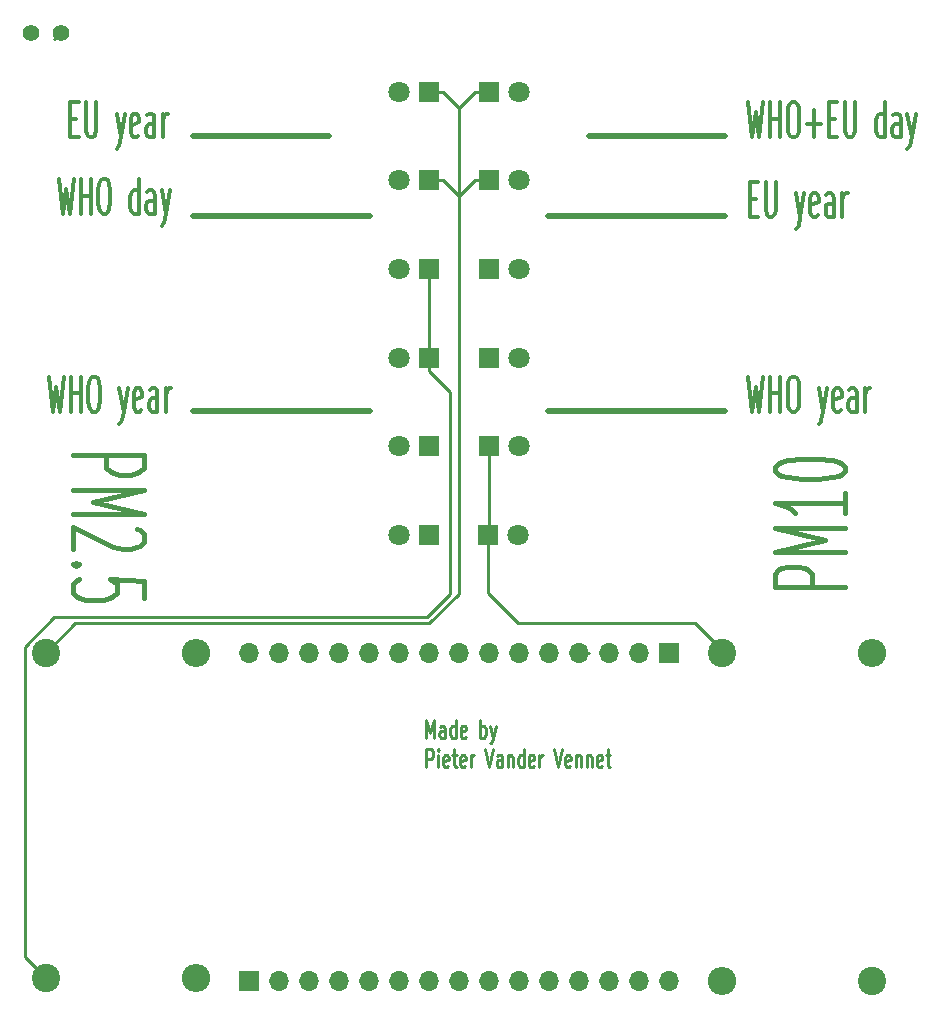
<source format=gbr>
G04 #@! TF.FileFunction,Copper,L1,Top,Signal*
%FSLAX46Y46*%
G04 Gerber Fmt 4.6, Leading zero omitted, Abs format (unit mm)*
G04 Created by KiCad (PCBNEW 4.0.6+dfsg1-1) date Fri Aug 24 17:23:30 2018*
%MOMM*%
%LPD*%
G01*
G04 APERTURE LIST*
%ADD10C,0.100000*%
%ADD11C,0.400000*%
%ADD12C,0.300000*%
%ADD13C,0.250000*%
%ADD14R,1.800000X1.800000*%
%ADD15C,1.800000*%
%ADD16R,1.700000X1.700000*%
%ADD17O,1.700000X1.700000*%
%ADD18C,1.397000*%
%ADD19C,2.400000*%
%ADD20O,2.400000X2.400000*%
%ADD21C,0.500000*%
G04 APERTURE END LIST*
D10*
D11*
X120214286Y-101928571D02*
X114214286Y-101928571D01*
X114214286Y-100785714D01*
X114500000Y-100500000D01*
X114785714Y-100357143D01*
X115357143Y-100214286D01*
X116214286Y-100214286D01*
X116785714Y-100357143D01*
X117071429Y-100500000D01*
X117357143Y-100785714D01*
X117357143Y-101928571D01*
X120214286Y-98928571D02*
X114214286Y-98928571D01*
X118500000Y-97928571D01*
X114214286Y-96928571D01*
X120214286Y-96928571D01*
X120214286Y-93928572D02*
X120214286Y-95642857D01*
X120214286Y-94785715D02*
X114214286Y-94785715D01*
X115071429Y-95071429D01*
X115642857Y-95357143D01*
X115928571Y-95642857D01*
X114214286Y-92071429D02*
X114214286Y-91785714D01*
X114500000Y-91500000D01*
X114785714Y-91357143D01*
X115357143Y-91214286D01*
X116500000Y-91071429D01*
X117928571Y-91071429D01*
X119071429Y-91214286D01*
X119642857Y-91357143D01*
X119928571Y-91500000D01*
X120214286Y-91785714D01*
X120214286Y-92071429D01*
X119928571Y-92357143D01*
X119642857Y-92500000D01*
X119071429Y-92642857D01*
X117928571Y-92785714D01*
X116500000Y-92785714D01*
X115357143Y-92642857D01*
X114785714Y-92500000D01*
X114500000Y-92357143D01*
X114214286Y-92071429D01*
D12*
X111964286Y-84107143D02*
X112321429Y-87107143D01*
X112607143Y-84964286D01*
X112892857Y-87107143D01*
X113250000Y-84107143D01*
X113821429Y-87107143D02*
X113821429Y-84107143D01*
X113821429Y-85535714D02*
X114678572Y-85535714D01*
X114678572Y-87107143D02*
X114678572Y-84107143D01*
X115678572Y-84107143D02*
X115964286Y-84107143D01*
X116107144Y-84250000D01*
X116250001Y-84535714D01*
X116321429Y-85107143D01*
X116321429Y-86107143D01*
X116250001Y-86678571D01*
X116107144Y-86964286D01*
X115964286Y-87107143D01*
X115678572Y-87107143D01*
X115535715Y-86964286D01*
X115392858Y-86678571D01*
X115321429Y-86107143D01*
X115321429Y-85107143D01*
X115392858Y-84535714D01*
X115535715Y-84250000D01*
X115678572Y-84107143D01*
X117964287Y-85107143D02*
X118321430Y-87107143D01*
X118678572Y-85107143D02*
X118321430Y-87107143D01*
X118178572Y-87821429D01*
X118107144Y-87964286D01*
X117964287Y-88107143D01*
X119821429Y-86964286D02*
X119678572Y-87107143D01*
X119392858Y-87107143D01*
X119250001Y-86964286D01*
X119178572Y-86678571D01*
X119178572Y-85535714D01*
X119250001Y-85250000D01*
X119392858Y-85107143D01*
X119678572Y-85107143D01*
X119821429Y-85250000D01*
X119892858Y-85535714D01*
X119892858Y-85821429D01*
X119178572Y-86107143D01*
X121178572Y-87107143D02*
X121178572Y-85535714D01*
X121107143Y-85250000D01*
X120964286Y-85107143D01*
X120678572Y-85107143D01*
X120535715Y-85250000D01*
X121178572Y-86964286D02*
X121035715Y-87107143D01*
X120678572Y-87107143D01*
X120535715Y-86964286D01*
X120464286Y-86678571D01*
X120464286Y-86392857D01*
X120535715Y-86107143D01*
X120678572Y-85964286D01*
X121035715Y-85964286D01*
X121178572Y-85821429D01*
X121892858Y-87107143D02*
X121892858Y-85107143D01*
X121892858Y-85678571D02*
X121964286Y-85392857D01*
X122035715Y-85250000D01*
X122178572Y-85107143D01*
X122321429Y-85107143D01*
X112107143Y-69035714D02*
X112607143Y-69035714D01*
X112821429Y-70607143D02*
X112107143Y-70607143D01*
X112107143Y-67607143D01*
X112821429Y-67607143D01*
X113464286Y-67607143D02*
X113464286Y-70035714D01*
X113535714Y-70321429D01*
X113607143Y-70464286D01*
X113750000Y-70607143D01*
X114035714Y-70607143D01*
X114178572Y-70464286D01*
X114250000Y-70321429D01*
X114321429Y-70035714D01*
X114321429Y-67607143D01*
X116035715Y-68607143D02*
X116392858Y-70607143D01*
X116750000Y-68607143D02*
X116392858Y-70607143D01*
X116250000Y-71321429D01*
X116178572Y-71464286D01*
X116035715Y-71607143D01*
X117892857Y-70464286D02*
X117750000Y-70607143D01*
X117464286Y-70607143D01*
X117321429Y-70464286D01*
X117250000Y-70178571D01*
X117250000Y-69035714D01*
X117321429Y-68750000D01*
X117464286Y-68607143D01*
X117750000Y-68607143D01*
X117892857Y-68750000D01*
X117964286Y-69035714D01*
X117964286Y-69321429D01*
X117250000Y-69607143D01*
X119250000Y-70607143D02*
X119250000Y-69035714D01*
X119178571Y-68750000D01*
X119035714Y-68607143D01*
X118750000Y-68607143D01*
X118607143Y-68750000D01*
X119250000Y-70464286D02*
X119107143Y-70607143D01*
X118750000Y-70607143D01*
X118607143Y-70464286D01*
X118535714Y-70178571D01*
X118535714Y-69892857D01*
X118607143Y-69607143D01*
X118750000Y-69464286D01*
X119107143Y-69464286D01*
X119250000Y-69321429D01*
X119964286Y-70607143D02*
X119964286Y-68607143D01*
X119964286Y-69178571D02*
X120035714Y-68892857D01*
X120107143Y-68750000D01*
X120250000Y-68607143D01*
X120392857Y-68607143D01*
X111964286Y-60857143D02*
X112321429Y-63857143D01*
X112607143Y-61714286D01*
X112892857Y-63857143D01*
X113250000Y-60857143D01*
X113821429Y-63857143D02*
X113821429Y-60857143D01*
X113821429Y-62285714D02*
X114678572Y-62285714D01*
X114678572Y-63857143D02*
X114678572Y-60857143D01*
X115678572Y-60857143D02*
X115964286Y-60857143D01*
X116107144Y-61000000D01*
X116250001Y-61285714D01*
X116321429Y-61857143D01*
X116321429Y-62857143D01*
X116250001Y-63428571D01*
X116107144Y-63714286D01*
X115964286Y-63857143D01*
X115678572Y-63857143D01*
X115535715Y-63714286D01*
X115392858Y-63428571D01*
X115321429Y-62857143D01*
X115321429Y-61857143D01*
X115392858Y-61285714D01*
X115535715Y-61000000D01*
X115678572Y-60857143D01*
X116964287Y-62714286D02*
X118107144Y-62714286D01*
X117535715Y-63857143D02*
X117535715Y-61571429D01*
X118821430Y-62285714D02*
X119321430Y-62285714D01*
X119535716Y-63857143D02*
X118821430Y-63857143D01*
X118821430Y-60857143D01*
X119535716Y-60857143D01*
X120178573Y-60857143D02*
X120178573Y-63285714D01*
X120250001Y-63571429D01*
X120321430Y-63714286D01*
X120464287Y-63857143D01*
X120750001Y-63857143D01*
X120892859Y-63714286D01*
X120964287Y-63571429D01*
X121035716Y-63285714D01*
X121035716Y-60857143D01*
X123535716Y-63857143D02*
X123535716Y-60857143D01*
X123535716Y-63714286D02*
X123392859Y-63857143D01*
X123107145Y-63857143D01*
X122964287Y-63714286D01*
X122892859Y-63571429D01*
X122821430Y-63285714D01*
X122821430Y-62428571D01*
X122892859Y-62142857D01*
X122964287Y-62000000D01*
X123107145Y-61857143D01*
X123392859Y-61857143D01*
X123535716Y-62000000D01*
X124892859Y-63857143D02*
X124892859Y-62285714D01*
X124821430Y-62000000D01*
X124678573Y-61857143D01*
X124392859Y-61857143D01*
X124250002Y-62000000D01*
X124892859Y-63714286D02*
X124750002Y-63857143D01*
X124392859Y-63857143D01*
X124250002Y-63714286D01*
X124178573Y-63428571D01*
X124178573Y-63142857D01*
X124250002Y-62857143D01*
X124392859Y-62714286D01*
X124750002Y-62714286D01*
X124892859Y-62571429D01*
X125464288Y-61857143D02*
X125821431Y-63857143D01*
X126178573Y-61857143D02*
X125821431Y-63857143D01*
X125678573Y-64571429D01*
X125607145Y-64714286D01*
X125464288Y-64857143D01*
D13*
X84738095Y-114678571D02*
X84738095Y-113178571D01*
X85071429Y-114250000D01*
X85404762Y-113178571D01*
X85404762Y-114678571D01*
X86309524Y-114678571D02*
X86309524Y-113892857D01*
X86261905Y-113750000D01*
X86166667Y-113678571D01*
X85976190Y-113678571D01*
X85880952Y-113750000D01*
X86309524Y-114607143D02*
X86214286Y-114678571D01*
X85976190Y-114678571D01*
X85880952Y-114607143D01*
X85833333Y-114464286D01*
X85833333Y-114321429D01*
X85880952Y-114178571D01*
X85976190Y-114107143D01*
X86214286Y-114107143D01*
X86309524Y-114035714D01*
X87214286Y-114678571D02*
X87214286Y-113178571D01*
X87214286Y-114607143D02*
X87119048Y-114678571D01*
X86928571Y-114678571D01*
X86833333Y-114607143D01*
X86785714Y-114535714D01*
X86738095Y-114392857D01*
X86738095Y-113964286D01*
X86785714Y-113821429D01*
X86833333Y-113750000D01*
X86928571Y-113678571D01*
X87119048Y-113678571D01*
X87214286Y-113750000D01*
X88071429Y-114607143D02*
X87976191Y-114678571D01*
X87785714Y-114678571D01*
X87690476Y-114607143D01*
X87642857Y-114464286D01*
X87642857Y-113892857D01*
X87690476Y-113750000D01*
X87785714Y-113678571D01*
X87976191Y-113678571D01*
X88071429Y-113750000D01*
X88119048Y-113892857D01*
X88119048Y-114035714D01*
X87642857Y-114178571D01*
X89309524Y-114678571D02*
X89309524Y-113178571D01*
X89309524Y-113750000D02*
X89404762Y-113678571D01*
X89595239Y-113678571D01*
X89690477Y-113750000D01*
X89738096Y-113821429D01*
X89785715Y-113964286D01*
X89785715Y-114392857D01*
X89738096Y-114535714D01*
X89690477Y-114607143D01*
X89595239Y-114678571D01*
X89404762Y-114678571D01*
X89309524Y-114607143D01*
X90119048Y-113678571D02*
X90357143Y-114678571D01*
X90595239Y-113678571D02*
X90357143Y-114678571D01*
X90261905Y-115035714D01*
X90214286Y-115107143D01*
X90119048Y-115178571D01*
X84738095Y-117178571D02*
X84738095Y-115678571D01*
X85119048Y-115678571D01*
X85214286Y-115750000D01*
X85261905Y-115821429D01*
X85309524Y-115964286D01*
X85309524Y-116178571D01*
X85261905Y-116321429D01*
X85214286Y-116392857D01*
X85119048Y-116464286D01*
X84738095Y-116464286D01*
X85738095Y-117178571D02*
X85738095Y-116178571D01*
X85738095Y-115678571D02*
X85690476Y-115750000D01*
X85738095Y-115821429D01*
X85785714Y-115750000D01*
X85738095Y-115678571D01*
X85738095Y-115821429D01*
X86595238Y-117107143D02*
X86500000Y-117178571D01*
X86309523Y-117178571D01*
X86214285Y-117107143D01*
X86166666Y-116964286D01*
X86166666Y-116392857D01*
X86214285Y-116250000D01*
X86309523Y-116178571D01*
X86500000Y-116178571D01*
X86595238Y-116250000D01*
X86642857Y-116392857D01*
X86642857Y-116535714D01*
X86166666Y-116678571D01*
X86928571Y-116178571D02*
X87309523Y-116178571D01*
X87071428Y-115678571D02*
X87071428Y-116964286D01*
X87119047Y-117107143D01*
X87214285Y-117178571D01*
X87309523Y-117178571D01*
X88023810Y-117107143D02*
X87928572Y-117178571D01*
X87738095Y-117178571D01*
X87642857Y-117107143D01*
X87595238Y-116964286D01*
X87595238Y-116392857D01*
X87642857Y-116250000D01*
X87738095Y-116178571D01*
X87928572Y-116178571D01*
X88023810Y-116250000D01*
X88071429Y-116392857D01*
X88071429Y-116535714D01*
X87595238Y-116678571D01*
X88500000Y-117178571D02*
X88500000Y-116178571D01*
X88500000Y-116464286D02*
X88547619Y-116321429D01*
X88595238Y-116250000D01*
X88690476Y-116178571D01*
X88785715Y-116178571D01*
X89738096Y-115678571D02*
X90071429Y-117178571D01*
X90404763Y-115678571D01*
X91166668Y-117178571D02*
X91166668Y-116392857D01*
X91119049Y-116250000D01*
X91023811Y-116178571D01*
X90833334Y-116178571D01*
X90738096Y-116250000D01*
X91166668Y-117107143D02*
X91071430Y-117178571D01*
X90833334Y-117178571D01*
X90738096Y-117107143D01*
X90690477Y-116964286D01*
X90690477Y-116821429D01*
X90738096Y-116678571D01*
X90833334Y-116607143D01*
X91071430Y-116607143D01*
X91166668Y-116535714D01*
X91642858Y-116178571D02*
X91642858Y-117178571D01*
X91642858Y-116321429D02*
X91690477Y-116250000D01*
X91785715Y-116178571D01*
X91928573Y-116178571D01*
X92023811Y-116250000D01*
X92071430Y-116392857D01*
X92071430Y-117178571D01*
X92976192Y-117178571D02*
X92976192Y-115678571D01*
X92976192Y-117107143D02*
X92880954Y-117178571D01*
X92690477Y-117178571D01*
X92595239Y-117107143D01*
X92547620Y-117035714D01*
X92500001Y-116892857D01*
X92500001Y-116464286D01*
X92547620Y-116321429D01*
X92595239Y-116250000D01*
X92690477Y-116178571D01*
X92880954Y-116178571D01*
X92976192Y-116250000D01*
X93833335Y-117107143D02*
X93738097Y-117178571D01*
X93547620Y-117178571D01*
X93452382Y-117107143D01*
X93404763Y-116964286D01*
X93404763Y-116392857D01*
X93452382Y-116250000D01*
X93547620Y-116178571D01*
X93738097Y-116178571D01*
X93833335Y-116250000D01*
X93880954Y-116392857D01*
X93880954Y-116535714D01*
X93404763Y-116678571D01*
X94309525Y-117178571D02*
X94309525Y-116178571D01*
X94309525Y-116464286D02*
X94357144Y-116321429D01*
X94404763Y-116250000D01*
X94500001Y-116178571D01*
X94595240Y-116178571D01*
X95547621Y-115678571D02*
X95880954Y-117178571D01*
X96214288Y-115678571D01*
X96928574Y-117107143D02*
X96833336Y-117178571D01*
X96642859Y-117178571D01*
X96547621Y-117107143D01*
X96500002Y-116964286D01*
X96500002Y-116392857D01*
X96547621Y-116250000D01*
X96642859Y-116178571D01*
X96833336Y-116178571D01*
X96928574Y-116250000D01*
X96976193Y-116392857D01*
X96976193Y-116535714D01*
X96500002Y-116678571D01*
X97404764Y-116178571D02*
X97404764Y-117178571D01*
X97404764Y-116321429D02*
X97452383Y-116250000D01*
X97547621Y-116178571D01*
X97690479Y-116178571D01*
X97785717Y-116250000D01*
X97833336Y-116392857D01*
X97833336Y-117178571D01*
X98309526Y-116178571D02*
X98309526Y-117178571D01*
X98309526Y-116321429D02*
X98357145Y-116250000D01*
X98452383Y-116178571D01*
X98595241Y-116178571D01*
X98690479Y-116250000D01*
X98738098Y-116392857D01*
X98738098Y-117178571D01*
X99595241Y-117107143D02*
X99500003Y-117178571D01*
X99309526Y-117178571D01*
X99214288Y-117107143D01*
X99166669Y-116964286D01*
X99166669Y-116392857D01*
X99214288Y-116250000D01*
X99309526Y-116178571D01*
X99500003Y-116178571D01*
X99595241Y-116250000D01*
X99642860Y-116392857D01*
X99642860Y-116535714D01*
X99166669Y-116678571D01*
X99928574Y-116178571D02*
X100309526Y-116178571D01*
X100071431Y-115678571D02*
X100071431Y-116964286D01*
X100119050Y-117107143D01*
X100214288Y-117178571D01*
X100309526Y-117178571D01*
D12*
X54571429Y-62285714D02*
X55071429Y-62285714D01*
X55285715Y-63857143D02*
X54571429Y-63857143D01*
X54571429Y-60857143D01*
X55285715Y-60857143D01*
X55928572Y-60857143D02*
X55928572Y-63285714D01*
X56000000Y-63571429D01*
X56071429Y-63714286D01*
X56214286Y-63857143D01*
X56500000Y-63857143D01*
X56642858Y-63714286D01*
X56714286Y-63571429D01*
X56785715Y-63285714D01*
X56785715Y-60857143D01*
X58500001Y-61857143D02*
X58857144Y-63857143D01*
X59214286Y-61857143D02*
X58857144Y-63857143D01*
X58714286Y-64571429D01*
X58642858Y-64714286D01*
X58500001Y-64857143D01*
X60357143Y-63714286D02*
X60214286Y-63857143D01*
X59928572Y-63857143D01*
X59785715Y-63714286D01*
X59714286Y-63428571D01*
X59714286Y-62285714D01*
X59785715Y-62000000D01*
X59928572Y-61857143D01*
X60214286Y-61857143D01*
X60357143Y-62000000D01*
X60428572Y-62285714D01*
X60428572Y-62571429D01*
X59714286Y-62857143D01*
X61714286Y-63857143D02*
X61714286Y-62285714D01*
X61642857Y-62000000D01*
X61500000Y-61857143D01*
X61214286Y-61857143D01*
X61071429Y-62000000D01*
X61714286Y-63714286D02*
X61571429Y-63857143D01*
X61214286Y-63857143D01*
X61071429Y-63714286D01*
X61000000Y-63428571D01*
X61000000Y-63142857D01*
X61071429Y-62857143D01*
X61214286Y-62714286D01*
X61571429Y-62714286D01*
X61714286Y-62571429D01*
X62428572Y-63857143D02*
X62428572Y-61857143D01*
X62428572Y-62428571D02*
X62500000Y-62142857D01*
X62571429Y-62000000D01*
X62714286Y-61857143D01*
X62857143Y-61857143D01*
X53607142Y-67357143D02*
X53964285Y-70357143D01*
X54249999Y-68214286D01*
X54535713Y-70357143D01*
X54892856Y-67357143D01*
X55464285Y-70357143D02*
X55464285Y-67357143D01*
X55464285Y-68785714D02*
X56321428Y-68785714D01*
X56321428Y-70357143D02*
X56321428Y-67357143D01*
X57321428Y-67357143D02*
X57607142Y-67357143D01*
X57750000Y-67500000D01*
X57892857Y-67785714D01*
X57964285Y-68357143D01*
X57964285Y-69357143D01*
X57892857Y-69928571D01*
X57750000Y-70214286D01*
X57607142Y-70357143D01*
X57321428Y-70357143D01*
X57178571Y-70214286D01*
X57035714Y-69928571D01*
X56964285Y-69357143D01*
X56964285Y-68357143D01*
X57035714Y-67785714D01*
X57178571Y-67500000D01*
X57321428Y-67357143D01*
X60392857Y-70357143D02*
X60392857Y-67357143D01*
X60392857Y-70214286D02*
X60250000Y-70357143D01*
X59964286Y-70357143D01*
X59821428Y-70214286D01*
X59750000Y-70071429D01*
X59678571Y-69785714D01*
X59678571Y-68928571D01*
X59750000Y-68642857D01*
X59821428Y-68500000D01*
X59964286Y-68357143D01*
X60250000Y-68357143D01*
X60392857Y-68500000D01*
X61750000Y-70357143D02*
X61750000Y-68785714D01*
X61678571Y-68500000D01*
X61535714Y-68357143D01*
X61250000Y-68357143D01*
X61107143Y-68500000D01*
X61750000Y-70214286D02*
X61607143Y-70357143D01*
X61250000Y-70357143D01*
X61107143Y-70214286D01*
X61035714Y-69928571D01*
X61035714Y-69642857D01*
X61107143Y-69357143D01*
X61250000Y-69214286D01*
X61607143Y-69214286D01*
X61750000Y-69071429D01*
X62321429Y-68357143D02*
X62678572Y-70357143D01*
X63035714Y-68357143D02*
X62678572Y-70357143D01*
X62535714Y-71071429D01*
X62464286Y-71214286D01*
X62321429Y-71357143D01*
X52750000Y-84107143D02*
X53107143Y-87107143D01*
X53392857Y-84964286D01*
X53678571Y-87107143D01*
X54035714Y-84107143D01*
X54607143Y-87107143D02*
X54607143Y-84107143D01*
X54607143Y-85535714D02*
X55464286Y-85535714D01*
X55464286Y-87107143D02*
X55464286Y-84107143D01*
X56464286Y-84107143D02*
X56750000Y-84107143D01*
X56892858Y-84250000D01*
X57035715Y-84535714D01*
X57107143Y-85107143D01*
X57107143Y-86107143D01*
X57035715Y-86678571D01*
X56892858Y-86964286D01*
X56750000Y-87107143D01*
X56464286Y-87107143D01*
X56321429Y-86964286D01*
X56178572Y-86678571D01*
X56107143Y-86107143D01*
X56107143Y-85107143D01*
X56178572Y-84535714D01*
X56321429Y-84250000D01*
X56464286Y-84107143D01*
X58750001Y-85107143D02*
X59107144Y-87107143D01*
X59464286Y-85107143D02*
X59107144Y-87107143D01*
X58964286Y-87821429D01*
X58892858Y-87964286D01*
X58750001Y-88107143D01*
X60607143Y-86964286D02*
X60464286Y-87107143D01*
X60178572Y-87107143D01*
X60035715Y-86964286D01*
X59964286Y-86678571D01*
X59964286Y-85535714D01*
X60035715Y-85250000D01*
X60178572Y-85107143D01*
X60464286Y-85107143D01*
X60607143Y-85250000D01*
X60678572Y-85535714D01*
X60678572Y-85821429D01*
X59964286Y-86107143D01*
X61964286Y-87107143D02*
X61964286Y-85535714D01*
X61892857Y-85250000D01*
X61750000Y-85107143D01*
X61464286Y-85107143D01*
X61321429Y-85250000D01*
X61964286Y-86964286D02*
X61821429Y-87107143D01*
X61464286Y-87107143D01*
X61321429Y-86964286D01*
X61250000Y-86678571D01*
X61250000Y-86392857D01*
X61321429Y-86107143D01*
X61464286Y-85964286D01*
X61821429Y-85964286D01*
X61964286Y-85821429D01*
X62678572Y-87107143D02*
X62678572Y-85107143D01*
X62678572Y-85678571D02*
X62750000Y-85392857D01*
X62821429Y-85250000D01*
X62964286Y-85107143D01*
X63107143Y-85107143D01*
D11*
X54785714Y-90714286D02*
X60785714Y-90714286D01*
X60785714Y-91857143D01*
X60500000Y-92142857D01*
X60214286Y-92285714D01*
X59642857Y-92428571D01*
X58785714Y-92428571D01*
X58214286Y-92285714D01*
X57928571Y-92142857D01*
X57642857Y-91857143D01*
X57642857Y-90714286D01*
X54785714Y-93714286D02*
X60785714Y-93714286D01*
X56500000Y-94714286D01*
X60785714Y-95714286D01*
X54785714Y-95714286D01*
X60214286Y-97000000D02*
X60500000Y-97142857D01*
X60785714Y-97428571D01*
X60785714Y-98142857D01*
X60500000Y-98428571D01*
X60214286Y-98571428D01*
X59642857Y-98714285D01*
X59071429Y-98714285D01*
X58214286Y-98571428D01*
X54785714Y-96857142D01*
X54785714Y-98714285D01*
X55357143Y-100000000D02*
X55071429Y-100142857D01*
X54785714Y-100000000D01*
X55071429Y-99857143D01*
X55357143Y-100000000D01*
X54785714Y-100000000D01*
X60785714Y-102857142D02*
X60785714Y-101428571D01*
X57928571Y-101285714D01*
X58214286Y-101428571D01*
X58500000Y-101714285D01*
X58500000Y-102428571D01*
X58214286Y-102714285D01*
X57928571Y-102857142D01*
X57357143Y-102999999D01*
X55928571Y-102999999D01*
X55357143Y-102857142D01*
X55071429Y-102714285D01*
X54785714Y-102428571D01*
X54785714Y-101714285D01*
X55071429Y-101428571D01*
X55357143Y-101285714D01*
D14*
X85000000Y-90000000D03*
D15*
X82460000Y-90000000D03*
D14*
X85000000Y-82500000D03*
D15*
X82460000Y-82500000D03*
D14*
X85000000Y-75000000D03*
D15*
X82460000Y-75000000D03*
D14*
X85000000Y-67500000D03*
D15*
X82460000Y-67500000D03*
D14*
X85000000Y-60000000D03*
D15*
X82460000Y-60000000D03*
D14*
X89960000Y-97500000D03*
D15*
X92500000Y-97500000D03*
D14*
X90000000Y-90000000D03*
D15*
X92540000Y-90000000D03*
D14*
X90000000Y-82500000D03*
D15*
X92540000Y-82500000D03*
D14*
X90000000Y-75000000D03*
D15*
X92540000Y-75000000D03*
D14*
X90000000Y-67500000D03*
D15*
X92540000Y-67500000D03*
D14*
X90000000Y-60000000D03*
D15*
X92540000Y-60000000D03*
D16*
X105310000Y-107500000D03*
D17*
X102770000Y-107500000D03*
X100230000Y-107500000D03*
X97690000Y-107500000D03*
X95150000Y-107500000D03*
X92610000Y-107500000D03*
X90070000Y-107500000D03*
X87530000Y-107500000D03*
X84990000Y-107500000D03*
X82450000Y-107500000D03*
X79910000Y-107500000D03*
X77370000Y-107500000D03*
X74830000Y-107500000D03*
X72290000Y-107500000D03*
X69750000Y-107500000D03*
D16*
X69750000Y-135250000D03*
D17*
X72290000Y-135250000D03*
X74830000Y-135250000D03*
X77370000Y-135250000D03*
X79910000Y-135250000D03*
X82450000Y-135250000D03*
X84990000Y-135250000D03*
X87530000Y-135250000D03*
X90070000Y-135250000D03*
X92610000Y-135250000D03*
X95150000Y-135250000D03*
X97690000Y-135250000D03*
X100230000Y-135250000D03*
X102770000Y-135250000D03*
X105310000Y-135250000D03*
D14*
X85000000Y-97500000D03*
D15*
X82460000Y-97500000D03*
D18*
X53770000Y-55000000D03*
X51230000Y-55000000D03*
D19*
X52500000Y-107500000D03*
D20*
X65200000Y-107500000D03*
D19*
X109800000Y-107500000D03*
D20*
X122500000Y-107500000D03*
D19*
X52500000Y-135000000D03*
D20*
X65200000Y-135000000D03*
D19*
X122500000Y-135250000D03*
D20*
X109800000Y-135250000D03*
D21*
X95000000Y-70500000D02*
X110000000Y-70500000D01*
X76500000Y-63750000D02*
X65000000Y-63750000D01*
X110000000Y-63750000D02*
X98500000Y-63750000D01*
X65000000Y-70500000D02*
X80000000Y-70500000D01*
X65000000Y-87000000D02*
X80000000Y-87000000D01*
X95000000Y-87000000D02*
X110000000Y-87000000D01*
D13*
X107500000Y-105000000D02*
X92500000Y-105000000D01*
X107500000Y-105000000D02*
X110000000Y-107500000D01*
X89960000Y-102460000D02*
X92500000Y-105000000D01*
X89960000Y-97500000D02*
X89960000Y-102460000D01*
X90000000Y-90000000D02*
X90000000Y-91150000D01*
X90000000Y-91150000D02*
X90000000Y-97500000D01*
X97690000Y-107500000D02*
X98500000Y-107500000D01*
X50750000Y-107000000D02*
X50750000Y-133250000D01*
X52500000Y-135000000D02*
X50750000Y-133250000D01*
X86750000Y-85400000D02*
X86750000Y-102500000D01*
X85000000Y-82500000D02*
X85000000Y-83650000D01*
X85000000Y-83650000D02*
X86750000Y-85400000D01*
X86750000Y-102500000D02*
X84750000Y-104500000D01*
X84750000Y-104500000D02*
X53250000Y-104500000D01*
X53250000Y-104500000D02*
X50750000Y-107000000D01*
X85000000Y-75000000D02*
X85000000Y-76150000D01*
X85000000Y-76150000D02*
X85000000Y-82500000D01*
X87500000Y-68750000D02*
X87500000Y-102500000D01*
X87500000Y-102500000D02*
X85000000Y-105000000D01*
X85000000Y-105000000D02*
X55000000Y-105000000D01*
X55000000Y-105000000D02*
X52500000Y-107500000D01*
X90000000Y-60000000D02*
X88850000Y-60000000D01*
X88850000Y-60000000D02*
X87500000Y-61350000D01*
X90000000Y-67500000D02*
X88850000Y-67500000D01*
X88850000Y-67500000D02*
X87600000Y-68750000D01*
X87600000Y-68750000D02*
X87500000Y-68750000D01*
X87500000Y-61350000D02*
X87500000Y-68750000D01*
X87400000Y-68750000D02*
X87500000Y-68750000D01*
X85000000Y-67500000D02*
X86150000Y-67500000D01*
X86150000Y-67500000D02*
X87400000Y-68750000D01*
X85000000Y-60000000D02*
X86150000Y-60000000D01*
X86150000Y-60000000D02*
X87500000Y-61350000D01*
X53770000Y-55000000D02*
X53750000Y-55000000D01*
X53750000Y-55000000D02*
X53250000Y-55500000D01*
M02*

</source>
